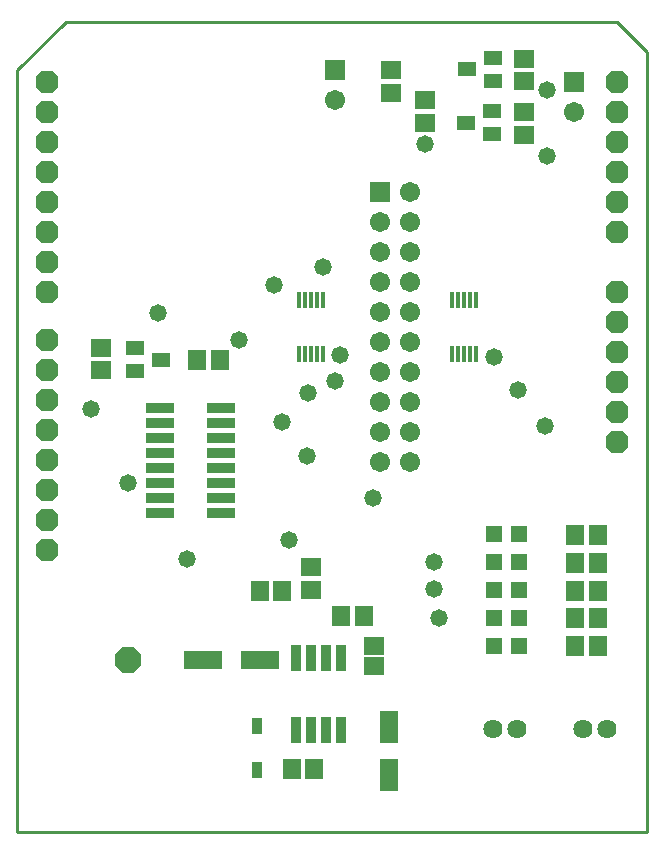
<source format=gts>
%FSLAX24Y24*%
%MOIN*%
G70*
G01*
G75*
G04 Layer_Color=8388736*
%ADD10R,0.0120X0.0570*%
%ADD11R,0.0870X0.0240*%
%ADD12R,0.0630X0.0520*%
%ADD13R,0.0560X0.0400*%
%ADD14R,0.0480X0.0480*%
%ADD15R,0.0520X0.0630*%
%ADD16R,0.0280X0.0480*%
%ADD17R,0.0260X0.0800*%
%ADD18R,0.0560X0.1030*%
%ADD19R,0.1190X0.0560*%
%ADD20R,0.0600X0.0520*%
%ADD21C,0.0370*%
%ADD22C,0.0130*%
%ADD23C,0.0100*%
%ADD24C,0.0420*%
%ADD25C,0.0220*%
%ADD26C,0.0500*%
%ADD27C,0.0270*%
%ADD28C,0.0000*%
%ADD29C,0.0560*%
G04:AMPARAMS|DCode=30|XSize=66mil|YSize=66mil|CornerRadius=0mil|HoleSize=0mil|Usage=FLASHONLY|Rotation=90.000|XOffset=0mil|YOffset=0mil|HoleType=Round|Shape=Octagon|*
%AMOCTAGOND30*
4,1,8,0.0165,0.0330,-0.0165,0.0330,-0.0330,0.0165,-0.0330,-0.0165,-0.0165,-0.0330,0.0165,-0.0330,0.0330,-0.0165,0.0330,0.0165,0.0165,0.0330,0.0*
%
%ADD30OCTAGOND30*%

%ADD31C,0.0591*%
%ADD32R,0.0591X0.0591*%
G04:AMPARAMS|DCode=33|XSize=76mil|YSize=76mil|CornerRadius=0mil|HoleSize=0mil|Usage=FLASHONLY|Rotation=0.000|XOffset=0mil|YOffset=0mil|HoleType=Round|Shape=Octagon|*
%AMOCTAGOND33*
4,1,8,0.0380,-0.0190,0.0380,0.0190,0.0190,0.0380,-0.0190,0.0380,-0.0380,0.0190,-0.0380,-0.0190,-0.0190,-0.0380,0.0190,-0.0380,0.0380,-0.0190,0.0*
%
%ADD33OCTAGOND33*%

%ADD34C,0.0500*%
%ADD35R,0.0197X0.0197*%
%ADD36R,0.0630X0.1070*%
%ADD37R,0.0520X0.0600*%
%ADD38C,0.0060*%
%ADD39C,0.0040*%
%ADD40C,0.0050*%
%ADD41C,0.0079*%
%ADD42C,0.0020*%
%ADD43C,0.0027*%
%ADD44C,0.0080*%
%ADD45R,0.0080X0.0079*%
%ADD46R,0.0950X0.0320*%
%ADD47R,0.0710X0.0600*%
%ADD48R,0.0640X0.0480*%
%ADD49R,0.0560X0.0560*%
%ADD50R,0.0600X0.0710*%
%ADD51R,0.0360X0.0560*%
%ADD52R,0.0340X0.0880*%
%ADD53R,0.0640X0.1110*%
%ADD54R,0.1270X0.0640*%
%ADD55R,0.0680X0.0600*%
%ADD56C,0.0640*%
G04:AMPARAMS|DCode=57|XSize=74mil|YSize=74mil|CornerRadius=0mil|HoleSize=0mil|Usage=FLASHONLY|Rotation=90.000|XOffset=0mil|YOffset=0mil|HoleType=Round|Shape=Octagon|*
%AMOCTAGOND57*
4,1,8,0.0185,0.0370,-0.0185,0.0370,-0.0370,0.0185,-0.0370,-0.0185,-0.0185,-0.0370,0.0185,-0.0370,0.0370,-0.0185,0.0370,0.0185,0.0185,0.0370,0.0*
%
%ADD57OCTAGOND57*%

%ADD58C,0.0671*%
%ADD59R,0.0671X0.0671*%
G04:AMPARAMS|DCode=60|XSize=84mil|YSize=84mil|CornerRadius=0mil|HoleSize=0mil|Usage=FLASHONLY|Rotation=0.000|XOffset=0mil|YOffset=0mil|HoleType=Round|Shape=Octagon|*
%AMOCTAGOND60*
4,1,8,0.0420,-0.0210,0.0420,0.0210,0.0210,0.0420,-0.0210,0.0420,-0.0420,0.0210,-0.0420,-0.0210,-0.0210,-0.0420,0.0210,-0.0420,0.0420,-0.0210,0.0*
%
%ADD60OCTAGOND60*%

%ADD61C,0.0580*%
D10*
X25350Y27800D02*
D03*
X25150D02*
D03*
X24950D02*
D03*
X24750D02*
D03*
X24550D02*
D03*
Y26000D02*
D03*
X24950D02*
D03*
X24750D02*
D03*
X25150D02*
D03*
X25350D02*
D03*
X20250Y27800D02*
D03*
X20050D02*
D03*
X19850D02*
D03*
X19650D02*
D03*
X19450D02*
D03*
Y26000D02*
D03*
X19850D02*
D03*
X19650D02*
D03*
X20050D02*
D03*
X20250D02*
D03*
D23*
X31050Y10070D02*
Y11570D01*
X31040Y10060D02*
X31050Y10070D01*
X25670Y10060D02*
X31040D01*
X10050Y10050D02*
X24690D01*
X31050Y11570D02*
Y36050D01*
X24700Y10060D02*
X25670D01*
X11660Y37060D02*
X30040D01*
X30500Y36600D01*
X31050Y36050D01*
X10050Y10050D02*
Y35450D01*
X11660Y37060D01*
D28*
X31050Y16410D02*
Y36050D01*
X10050Y10050D02*
X22080D01*
X16150Y37050D02*
X29050D01*
X10050Y35450D02*
X10650Y36050D01*
X10050Y10050D02*
Y35450D01*
D46*
X16850Y21200D02*
D03*
X14796Y22200D02*
D03*
X16850Y20700D02*
D03*
Y21700D02*
D03*
Y22200D02*
D03*
X14796Y21700D02*
D03*
Y22700D02*
D03*
Y23200D02*
D03*
X16850D02*
D03*
X14796Y24200D02*
D03*
X16850Y22700D02*
D03*
Y23700D02*
D03*
X14796D02*
D03*
X16850Y24200D02*
D03*
X14796Y21200D02*
D03*
Y20700D02*
D03*
D47*
X12850Y26204D02*
D03*
Y25450D02*
D03*
X19850Y18126D02*
D03*
Y18880D02*
D03*
X23650Y34454D02*
D03*
Y33700D02*
D03*
X22500Y34696D02*
D03*
Y35450D02*
D03*
X26953Y33300D02*
D03*
Y34054D02*
D03*
X26950Y35076D02*
D03*
Y35830D02*
D03*
D48*
X13967Y26174D02*
D03*
Y25420D02*
D03*
X14840Y25800D02*
D03*
X25883Y33326D02*
D03*
Y34080D02*
D03*
X25010Y33700D02*
D03*
X25900Y35100D02*
D03*
Y35854D02*
D03*
X25027Y35474D02*
D03*
D49*
X26770Y19050D02*
D03*
X25937D02*
D03*
X26770Y19975D02*
D03*
X25937D02*
D03*
X26770Y18125D02*
D03*
X25937D02*
D03*
X26770Y17200D02*
D03*
X25937D02*
D03*
X26770Y16250D02*
D03*
X25937D02*
D03*
D50*
X19950Y12150D02*
D03*
X19196D02*
D03*
X18126Y18100D02*
D03*
X18880D02*
D03*
X21600Y17250D02*
D03*
X20846D02*
D03*
X16800Y25800D02*
D03*
X16046D02*
D03*
X29404Y18100D02*
D03*
X28650D02*
D03*
X29404Y19025D02*
D03*
X28650D02*
D03*
X29404Y19950D02*
D03*
X28650D02*
D03*
X29404Y16250D02*
D03*
X28650D02*
D03*
X29404Y17175D02*
D03*
X28650D02*
D03*
D51*
X18050Y12120D02*
D03*
Y13578D02*
D03*
D52*
X19350Y13440D02*
D03*
Y15860D02*
D03*
X19850Y13440D02*
D03*
X20350D02*
D03*
X19850Y15860D02*
D03*
X20350D02*
D03*
X20850Y13440D02*
D03*
Y15860D02*
D03*
D53*
X22450Y13557D02*
D03*
Y11940D02*
D03*
D54*
X18145Y15800D02*
D03*
X16250D02*
D03*
D55*
X21950Y16250D02*
D03*
Y15575D02*
D03*
D56*
X25906Y13500D02*
D03*
X26700D02*
D03*
X28900D02*
D03*
X29694D02*
D03*
D57*
X11050Y31050D02*
D03*
X30050Y30050D02*
D03*
X11050Y32050D02*
D03*
Y33050D02*
D03*
Y34050D02*
D03*
Y35050D02*
D03*
Y30050D02*
D03*
Y29050D02*
D03*
Y28050D02*
D03*
Y26450D02*
D03*
Y25450D02*
D03*
Y24450D02*
D03*
Y23450D02*
D03*
Y22450D02*
D03*
Y21450D02*
D03*
Y20450D02*
D03*
Y19450D02*
D03*
X30050Y31050D02*
D03*
Y32050D02*
D03*
Y33050D02*
D03*
Y34050D02*
D03*
Y35050D02*
D03*
Y28050D02*
D03*
Y27050D02*
D03*
Y26050D02*
D03*
Y25050D02*
D03*
Y24050D02*
D03*
Y23050D02*
D03*
D58*
X28600Y34050D02*
D03*
X20650Y34450D02*
D03*
X23150Y22400D02*
D03*
X22150D02*
D03*
X23150Y23400D02*
D03*
X22150D02*
D03*
X23150Y24400D02*
D03*
X22150D02*
D03*
X23150Y25400D02*
D03*
X22150D02*
D03*
X23150Y26400D02*
D03*
X22150D02*
D03*
X23150Y27400D02*
D03*
X22150D02*
D03*
X23150Y28400D02*
D03*
X22150D02*
D03*
X23150Y29400D02*
D03*
X22150D02*
D03*
X23150Y30400D02*
D03*
X22150D02*
D03*
X23150Y31400D02*
D03*
D59*
X28600Y35050D02*
D03*
X20650Y35450D02*
D03*
X22150Y31400D02*
D03*
D60*
X13750Y15800D02*
D03*
D61*
X19750Y24700D02*
D03*
X20800Y25950D02*
D03*
X20650Y25100D02*
D03*
X27700Y34800D02*
D03*
Y32600D02*
D03*
X25950Y25900D02*
D03*
X17450Y26450D02*
D03*
X19700Y22600D02*
D03*
X21900Y21200D02*
D03*
X14750Y27350D02*
D03*
X27650Y23600D02*
D03*
X13750Y21700D02*
D03*
X24100Y17200D02*
D03*
X19100Y19800D02*
D03*
X15700Y19150D02*
D03*
X23950Y19050D02*
D03*
Y18150D02*
D03*
X26750Y24800D02*
D03*
X20250Y28900D02*
D03*
X18600Y28300D02*
D03*
X12500Y24150D02*
D03*
X23650Y33000D02*
D03*
X18863Y23712D02*
D03*
M02*

</source>
